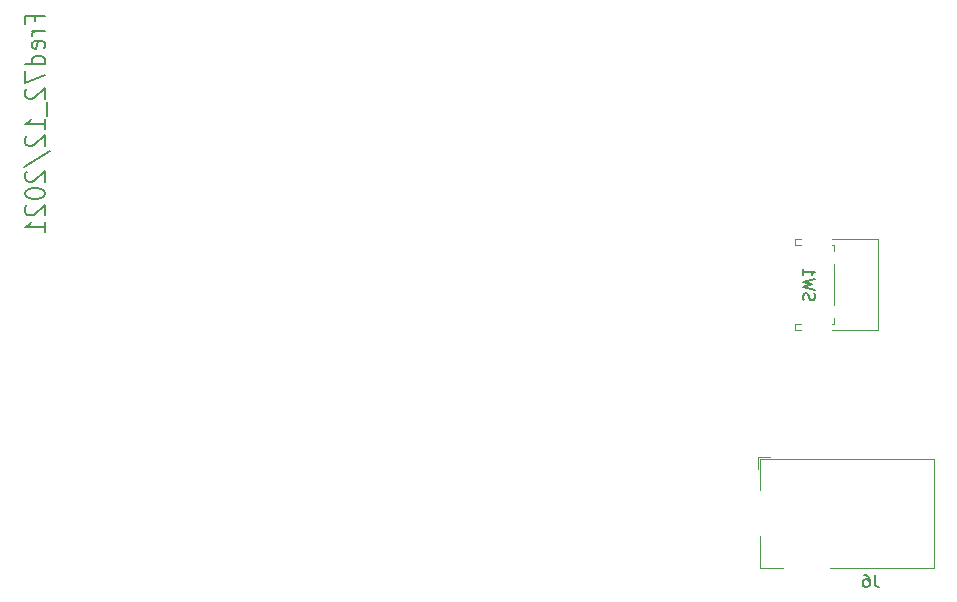
<source format=gbo>
%TF.GenerationSoftware,KiCad,Pcbnew,(5.1.10)-1*%
%TF.CreationDate,2022-01-30T10:28:43+01:00*%
%TF.ProjectId,Oric_BUS,4f726963-5f42-4555-932e-6b696361645f,1.0*%
%TF.SameCoordinates,PX6049a88PY791ddc0*%
%TF.FileFunction,Legend,Bot*%
%TF.FilePolarity,Positive*%
%FSLAX46Y46*%
G04 Gerber Fmt 4.6, Leading zero omitted, Abs format (unit mm)*
G04 Created by KiCad (PCBNEW (5.1.10)-1) date 2022-01-30 10:28:43*
%MOMM*%
%LPD*%
G01*
G04 APERTURE LIST*
%ADD10C,0.200000*%
%ADD11C,0.120000*%
%ADD12C,0.150000*%
G04 APERTURE END LIST*
D10*
X1783571Y73412858D02*
X1783571Y73912858D01*
X2674047Y73912858D02*
X974047Y73912858D01*
X974047Y73198572D01*
X2674047Y72627143D02*
X1540714Y72627143D01*
X1864523Y72627143D02*
X1702619Y72555715D01*
X1621666Y72484286D01*
X1540714Y72341429D01*
X1540714Y72198572D01*
X2593095Y71127143D02*
X2674047Y71270000D01*
X2674047Y71555715D01*
X2593095Y71698572D01*
X2431190Y71770000D01*
X1783571Y71770000D01*
X1621666Y71698572D01*
X1540714Y71555715D01*
X1540714Y71270000D01*
X1621666Y71127143D01*
X1783571Y71055715D01*
X1945476Y71055715D01*
X2107380Y71770000D01*
X2674047Y69770000D02*
X974047Y69770000D01*
X2593095Y69770000D02*
X2674047Y69912858D01*
X2674047Y70198572D01*
X2593095Y70341429D01*
X2512142Y70412858D01*
X2350238Y70484286D01*
X1864523Y70484286D01*
X1702619Y70412858D01*
X1621666Y70341429D01*
X1540714Y70198572D01*
X1540714Y69912858D01*
X1621666Y69770000D01*
X974047Y69198572D02*
X974047Y68198572D01*
X2674047Y68841429D01*
X1135952Y67698572D02*
X1055000Y67627143D01*
X974047Y67484286D01*
X974047Y67127143D01*
X1055000Y66984286D01*
X1135952Y66912858D01*
X1297857Y66841429D01*
X1459761Y66841429D01*
X1702619Y66912858D01*
X2674047Y67770000D01*
X2674047Y66841429D01*
X2835952Y66555715D02*
X2835952Y65412858D01*
X2674047Y64270000D02*
X2674047Y65127143D01*
X2674047Y64698572D02*
X974047Y64698572D01*
X1216904Y64841429D01*
X1378809Y64984286D01*
X1459761Y65127143D01*
X1135952Y63698572D02*
X1055000Y63627143D01*
X974047Y63484286D01*
X974047Y63127143D01*
X1055000Y62984286D01*
X1135952Y62912858D01*
X1297857Y62841429D01*
X1459761Y62841429D01*
X1702619Y62912858D01*
X2674047Y63770000D01*
X2674047Y62841429D01*
X893095Y61127143D02*
X3078809Y62412858D01*
X1135952Y60698572D02*
X1055000Y60627143D01*
X974047Y60484286D01*
X974047Y60127143D01*
X1055000Y59984286D01*
X1135952Y59912858D01*
X1297857Y59841429D01*
X1459761Y59841429D01*
X1702619Y59912858D01*
X2674047Y60770000D01*
X2674047Y59841429D01*
X974047Y58912858D02*
X974047Y58770000D01*
X1055000Y58627143D01*
X1135952Y58555715D01*
X1297857Y58484286D01*
X1621666Y58412858D01*
X2026428Y58412858D01*
X2350238Y58484286D01*
X2512142Y58555715D01*
X2593095Y58627143D01*
X2674047Y58770000D01*
X2674047Y58912858D01*
X2593095Y59055715D01*
X2512142Y59127143D01*
X2350238Y59198572D01*
X2026428Y59270000D01*
X1621666Y59270000D01*
X1297857Y59198572D01*
X1135952Y59127143D01*
X1055000Y59055715D01*
X974047Y58912858D01*
X1135952Y57841429D02*
X1055000Y57770000D01*
X974047Y57627143D01*
X974047Y57270000D01*
X1055000Y57127143D01*
X1135952Y57055715D01*
X1297857Y56984286D01*
X1459761Y56984286D01*
X1702619Y57055715D01*
X2674047Y57912858D01*
X2674047Y56984286D01*
X2674047Y55555715D02*
X2674047Y56412858D01*
X2674047Y55984286D02*
X974047Y55984286D01*
X1216904Y56127143D01*
X1378809Y56270000D01*
X1459761Y56412858D01*
D11*
%TO.C,SW1*%
X69515000Y49445000D02*
X69515000Y52845000D01*
X69515000Y47805000D02*
X69515000Y48345000D01*
X66685000Y55005000D02*
X66175000Y55005000D01*
X66175000Y54485000D02*
X66175000Y55005000D01*
X66685000Y54485000D02*
X66175000Y54485000D01*
X69515000Y53945000D02*
X69515000Y54485000D01*
X66685000Y47285000D02*
X66175000Y47285000D01*
X66685000Y47805000D02*
X66175000Y47805000D01*
X69515000Y54485000D02*
X69285000Y54485000D01*
X73185000Y47285000D02*
X69285000Y47285000D01*
X66175000Y47285000D02*
X66175000Y47805000D01*
X73185000Y55005000D02*
X69285000Y55005000D01*
X73185000Y47285000D02*
X73185000Y55005000D01*
X69515000Y47805000D02*
X69285000Y47805000D01*
%TO.C,J6*%
X63235000Y36350000D02*
X63235000Y33750000D01*
X77935000Y36350000D02*
X63235000Y36350000D01*
X63235000Y27150000D02*
X65135000Y27150000D01*
X63235000Y29850000D02*
X63235000Y27150000D01*
X77935000Y27150000D02*
X77935000Y36350000D01*
X69135000Y27150000D02*
X77935000Y27150000D01*
X64085000Y36550000D02*
X63035000Y36550000D01*
X63035000Y35500000D02*
X63035000Y36550000D01*
%TO.C,SW1*%
D12*
X66905238Y49811667D02*
X66857619Y49954524D01*
X66857619Y50192620D01*
X66905238Y50287858D01*
X66952857Y50335477D01*
X67048095Y50383096D01*
X67143333Y50383096D01*
X67238571Y50335477D01*
X67286190Y50287858D01*
X67333809Y50192620D01*
X67381428Y50002143D01*
X67429047Y49906905D01*
X67476666Y49859286D01*
X67571904Y49811667D01*
X67667142Y49811667D01*
X67762380Y49859286D01*
X67810000Y49906905D01*
X67857619Y50002143D01*
X67857619Y50240239D01*
X67810000Y50383096D01*
X67857619Y50716429D02*
X66857619Y50954524D01*
X67571904Y51145000D01*
X66857619Y51335477D01*
X67857619Y51573572D01*
X66857619Y52478334D02*
X66857619Y51906905D01*
X66857619Y52192620D02*
X67857619Y52192620D01*
X67714761Y52097381D01*
X67619523Y52002143D01*
X67571904Y51906905D01*
%TO.C,J6*%
X72918333Y26547620D02*
X72918333Y25833334D01*
X72965952Y25690477D01*
X73061190Y25595239D01*
X73204047Y25547620D01*
X73299285Y25547620D01*
X72013571Y26547620D02*
X72204047Y26547620D01*
X72299285Y26500000D01*
X72346904Y26452381D01*
X72442142Y26309524D01*
X72489761Y26119048D01*
X72489761Y25738096D01*
X72442142Y25642858D01*
X72394523Y25595239D01*
X72299285Y25547620D01*
X72108809Y25547620D01*
X72013571Y25595239D01*
X71965952Y25642858D01*
X71918333Y25738096D01*
X71918333Y25976191D01*
X71965952Y26071429D01*
X72013571Y26119048D01*
X72108809Y26166667D01*
X72299285Y26166667D01*
X72394523Y26119048D01*
X72442142Y26071429D01*
X72489761Y25976191D01*
%TD*%
M02*

</source>
